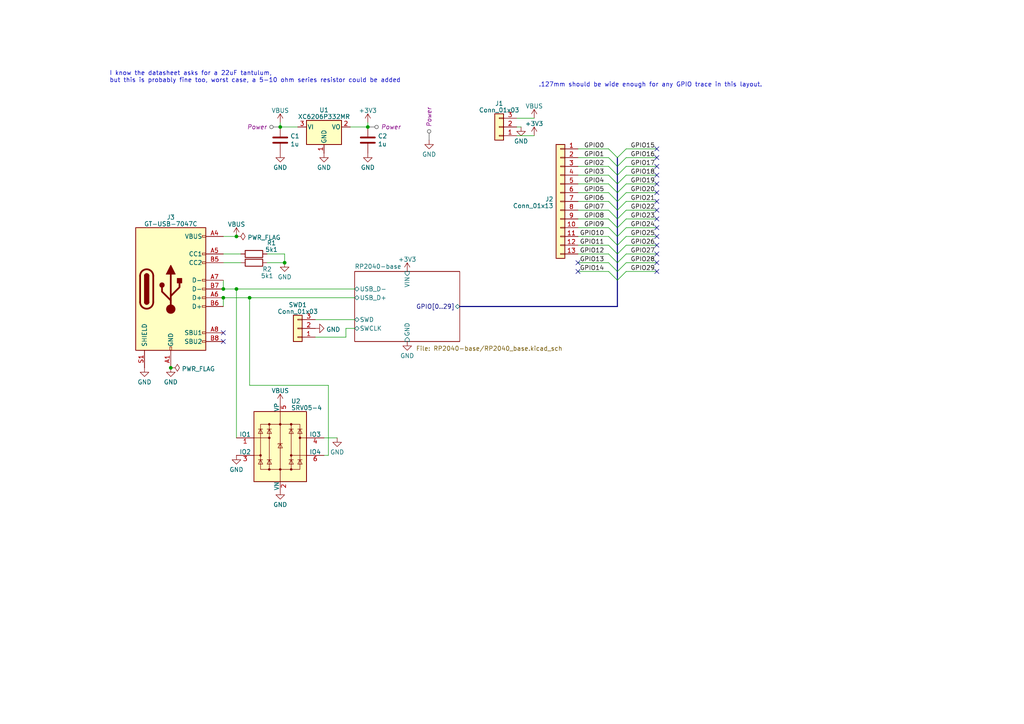
<source format=kicad_sch>
(kicad_sch (version 20230121) (generator eeschema)
  (paper "A4")
  (title_block (title "RP2040-base example") (date "2023-08-21") (rev "1.0") (company "https://github.com/TT-392/RP2040-base-example"))
  (lib_symbols
    (symbol "Connector:USB_C_Receptacle_USB2.0" (pin_names (offset 1.016))
      (property "Reference" "J" (at -10.16 19.05 0))
      (property "Value" "USB_C_Receptacle_USB2.0" (at 19.05 19.05 0))
      (symbol "USB_C_Receptacle_USB2.0_0_0"
        (rectangle (start -0.254 -17.78) (end 0.254 -16.764))
        (rectangle (start 10.16 -14.986) (end 9.144 -15.494))
        (rectangle (start 10.16 -12.446) (end 9.144 -12.954))
        (rectangle (start 10.16 -4.826) (end 9.144 -5.334))
        (rectangle (start 10.16 -2.286) (end 9.144 -2.794))
        (rectangle (start 10.16 0.254) (end 9.144 -0.254))
        (rectangle (start 10.16 2.794) (end 9.144 2.286))
        (rectangle (start 10.16 7.874) (end 9.144 7.366))
        (rectangle (start 10.16 10.414) (end 9.144 9.906))
        (rectangle (start 10.16 15.494) (end 9.144 14.986))
      )
      (symbol "USB_C_Receptacle_USB2.0_0_1"
        (rectangle (start -10.16 17.78) (end 10.16 -17.78) (stroke (width 0.254)) (fill (type background)))
        (arc (start -8.89 -3.81) (mid -6.985 -5.7067) (end -5.08 -3.81) (stroke (width 0.508)))
        (arc (start -7.62 -3.81) (mid -6.985 -4.4423) (end -6.35 -3.81) (stroke (width 0.254)))
        (arc (start -7.62 -3.81) (mid -6.985 -4.4423) (end -6.35 -3.81) (stroke (width 0.254)) (fill (type outline)))
        (rectangle (start -7.62 -3.81) (end -6.35 3.81) (stroke (width 0.254)) (fill (type outline)))
        (arc (start -6.35 3.81) (mid -6.985 4.4423) (end -7.62 3.81) (stroke (width 0.254)))
        (arc (start -6.35 3.81) (mid -6.985 4.4423) (end -7.62 3.81) (stroke (width 0.254)) (fill (type outline)))
        (arc (start -5.08 3.81) (mid -6.985 5.7067) (end -8.89 3.81) (stroke (width 0.508)))
        (circle (center -2.54 1.143) (radius 0.635) (stroke (width 0.254)) (fill (type outline)))
        (circle (center 0 -5.842) (radius 1.27) (fill (type outline)))
        (polyline (pts (xy -8.89 -3.81) (xy -8.89 3.81)) (stroke (width 0.508)))
        (polyline (pts (xy -5.08 3.81) (xy -5.08 -3.81)) (stroke (width 0.508)))
        (polyline (pts (xy 0 -5.842) (xy 0 4.318)) (stroke (width 0.508)))
        (polyline (pts (xy 0 -3.302) (xy -2.54 -0.762) (xy -2.54 0.508)) (stroke (width 0.508)))
        (polyline (pts (xy 0 -2.032) (xy 2.54 0.508) (xy 2.54 1.778)) (stroke (width 0.508)))
        (polyline (pts (xy -1.27 4.318) (xy 0 6.858) (xy 1.27 4.318) (xy -1.27 4.318)) (stroke (width 0.254)) (fill (type outline)))
        (rectangle (start 1.905 1.778) (end 3.175 3.048) (stroke (width 0.254)) (fill (type outline)))
      )
      (symbol "USB_C_Receptacle_USB2.0_1_1"
        (pin passive line (at 0 -22.86 90) (length 5.08) (name "GND") (number "A1"))
        (pin passive line (at 0 -22.86 90) (length 5.08) hide (name "GND") (number "A12"))
        (pin passive line (at 15.24 15.24 180) (length 5.08) (name "VBUS") (number "A4"))
        (pin bidirectional line (at 15.24 10.16 180) (length 5.08) (name "CC1") (number "A5"))
        (pin bidirectional line (at 15.24 -2.54 180) (length 5.08) (name "D+") (number "A6"))
        (pin bidirectional line (at 15.24 2.54 180) (length 5.08) (name "D-") (number "A7"))
        (pin bidirectional line (at 15.24 -12.7 180) (length 5.08) (name "SBU1") (number "A8"))
        (pin passive line (at 15.24 15.24 180) (length 5.08) hide (name "VBUS") (number "A9"))
        (pin passive line (at 0 -22.86 90) (length 5.08) hide (name "GND") (number "B1"))
        (pin passive line (at 0 -22.86 90) (length 5.08) hide (name "GND") (number "B12"))
        (pin passive line (at 15.24 15.24 180) (length 5.08) hide (name "VBUS") (number "B4"))
        (pin bidirectional line (at 15.24 7.62 180) (length 5.08) (name "CC2") (number "B5"))
        (pin bidirectional line (at 15.24 -5.08 180) (length 5.08) (name "D+") (number "B6"))
        (pin bidirectional line (at 15.24 0 180) (length 5.08) (name "D-") (number "B7"))
        (pin bidirectional line (at 15.24 -15.24 180) (length 5.08) (name "SBU2") (number "B8"))
        (pin passive line (at 15.24 15.24 180) (length 5.08) hide (name "VBUS") (number "B9"))
        (pin passive line (at -7.62 -22.86 90) (length 5.08) (name "SHIELD") (number "S1"))
      )
    )
    (symbol "Connector_Generic:Conn_01x03" (pin_names (offset 1.016) hide)
      (property "Reference" "J" (at 0 5.08 0))
      (property "Value" "Conn_01x03" (at 0 -5.08 0))
      (symbol "Conn_01x03_1_1"
        (rectangle (start -1.27 -2.413) (end 0 -2.667) (stroke (width 0.1524)))
        (rectangle (start -1.27 0.127) (end 0 -0.127) (stroke (width 0.1524)))
        (rectangle (start -1.27 2.667) (end 0 2.413) (stroke (width 0.1524)))
        (rectangle (start -1.27 3.81) (end 1.27 -3.81) (stroke (width 0.254)) (fill (type background)))
        (pin passive line (at -5.08 2.54 0) (length 3.81) (name "Pin_1") (number "1"))
        (pin passive line (at -5.08 0 0) (length 3.81) (name "Pin_2") (number "2"))
        (pin passive line (at -5.08 -2.54 0) (length 3.81) (name "Pin_3") (number "3"))
      )
    )
    (symbol "Connector_Generic:Conn_01x13" (pin_names (offset 1.016) hide)
      (property "Reference" "J" (at 0 17.78 0))
      (property "Value" "Conn_01x13" (at 0 -17.78 0))
      (symbol "Conn_01x13_1_1"
        (rectangle (start -1.27 -15.113) (end 0 -15.367) (stroke (width 0.1524)))
        (rectangle (start -1.27 -12.573) (end 0 -12.827) (stroke (width 0.1524)))
        (rectangle (start -1.27 -10.033) (end 0 -10.287) (stroke (width 0.1524)))
        (rectangle (start -1.27 -7.493) (end 0 -7.747) (stroke (width 0.1524)))
        (rectangle (start -1.27 -4.953) (end 0 -5.207) (stroke (width 0.1524)))
        (rectangle (start -1.27 -2.413) (end 0 -2.667) (stroke (width 0.1524)))
        (rectangle (start -1.27 0.127) (end 0 -0.127) (stroke (width 0.1524)))
        (rectangle (start -1.27 2.667) (end 0 2.413) (stroke (width 0.1524)))
        (rectangle (start -1.27 5.207) (end 0 4.953) (stroke (width 0.1524)))
        (rectangle (start -1.27 7.747) (end 0 7.493) (stroke (width 0.1524)))
        (rectangle (start -1.27 10.287) (end 0 10.033) (stroke (width 0.1524)))
        (rectangle (start -1.27 12.827) (end 0 12.573) (stroke (width 0.1524)))
        (rectangle (start -1.27 15.367) (end 0 15.113) (stroke (width 0.1524)))
        (rectangle (start -1.27 16.51) (end 1.27 -16.51) (stroke (width 0.254)) (fill (type background)))
        (pin passive line (at -5.08 15.24 0) (length 3.81) (name "Pin_1") (number "1"))
        (pin passive line (at -5.08 -7.62 0) (length 3.81) (name "Pin_10") (number "10"))
        (pin passive line (at -5.08 -10.16 0) (length 3.81) (name "Pin_11") (number "11"))
        (pin passive line (at -5.08 -12.7 0) (length 3.81) (name "Pin_12") (number "12"))
        (pin passive line (at -5.08 -15.24 0) (length 3.81) (name "Pin_13") (number "13"))
        (pin passive line (at -5.08 12.7 0) (length 3.81) (name "Pin_2") (number "2"))
        (pin passive line (at -5.08 10.16 0) (length 3.81) (name "Pin_3") (number "3"))
        (pin passive line (at -5.08 7.62 0) (length 3.81) (name "Pin_4") (number "4"))
        (pin passive line (at -5.08 5.08 0) (length 3.81) (name "Pin_5") (number "5"))
        (pin passive line (at -5.08 2.54 0) (length 3.81) (name "Pin_6") (number "6"))
        (pin passive line (at -5.08 0 0) (length 3.81) (name "Pin_7") (number "7"))
        (pin passive line (at -5.08 -2.54 0) (length 3.81) (name "Pin_8") (number "8"))
        (pin passive line (at -5.08 -5.08 0) (length 3.81) (name "Pin_9") (number "9"))
      )
    )
    (symbol "Device:C" (pin_numbers hide) (pin_names (offset 0.254))
      (property "Reference" "C" (at 0.635 2.54 0))
      (property "Value" "C" (at 0.635 -2.54 0))
      (symbol "C_0_1"
        (polyline (pts (xy -2.032 -0.762) (xy 2.032 -0.762)) (stroke (width 0.508)))
        (polyline (pts (xy -2.032 0.762) (xy 2.032 0.762)) (stroke (width 0.508)))
      )
      (symbol "C_1_1"
        (pin passive line (at 0 3.81 270) (length 2.794) (name "~") (number "1"))
        (pin passive line (at 0 -3.81 90) (length 2.794) (name "~") (number "2"))
      )
    )
    (symbol "Device:R" (pin_numbers hide) (pin_names (offset 0))
      (property "Reference" "R" (at 2.032 0 90))
      (property "Value" "R" (at 0 0 90))
      (symbol "R_0_1"
        (rectangle (start -1.016 -2.54) (end 1.016 2.54) (stroke (width 0.254)))
      )
      (symbol "R_1_1"
        (pin passive line (at 0 3.81 270) (length 1.27) (name "~") (number "1"))
        (pin passive line (at 0 -3.81 90) (length 1.27) (name "~") (number "2"))
      )
    )
    (symbol "Power_Protection:SRV05-4" (pin_names (offset 0))
      (property "Reference" "U" (at -5.08 11.43 0))
      (property "Value" "SRV05-4" (at 2.54 11.43 0))
      (symbol "SRV05-4_0_0"
        (rectangle (start -5.715 6.477) (end 5.715 -6.604))
        (polyline (pts (xy -3.175 -6.604) (xy -3.175 6.477)))
        (polyline (pts (xy 3.175 6.477) (xy 3.175 -6.604)))
      )
      (symbol "SRV05-4_0_1"
        (rectangle (start -7.62 10.16) (end 7.62 -10.16) (stroke (width 0.254)) (fill (type background)))
        (circle (center -5.715 -2.54) (radius 0.2794) (fill (type outline)))
        (circle (center -3.175 -6.604) (radius 0.2794) (fill (type outline)))
        (circle (center -3.175 2.54) (radius 0.2794) (fill (type outline)))
        (circle (center -3.175 6.477) (radius 0.2794) (fill (type outline)))
        (circle (center 0 -6.604) (radius 0.2794) (fill (type outline)))
        (polyline (pts (xy -7.747 2.54) (xy -3.175 2.54)))
        (polyline (pts (xy -7.62 -2.54) (xy -5.715 -2.54)))
        (polyline (pts (xy -5.08 -3.81) (xy -6.35 -3.81)))
        (polyline (pts (xy -5.08 5.08) (xy -6.35 5.08)))
        (polyline (pts (xy -2.54 -3.81) (xy -3.81 -3.81)))
        (polyline (pts (xy -2.54 5.08) (xy -3.81 5.08)))
        (polyline (pts (xy 0 10.16) (xy 0 -10.16)))
        (polyline (pts (xy 3.81 -3.81) (xy 2.54 -3.81)))
        (polyline (pts (xy 3.81 5.08) (xy 2.54 5.08)))
        (polyline (pts (xy 6.35 -3.81) (xy 5.08 -3.81)))
        (polyline (pts (xy 6.35 5.08) (xy 5.08 5.08)))
        (polyline (pts (xy 7.62 -2.54) (xy 3.175 -2.54)))
        (polyline (pts (xy 7.62 2.54) (xy 5.715 2.54)))
        (polyline (pts (xy 0.635 0.889) (xy -0.635 0.889) (xy -0.635 0.635)))
        (polyline (pts (xy -5.08 -5.08) (xy -6.35 -5.08) (xy -5.715 -3.81) (xy -5.08 -5.08)))
        (polyline (pts (xy -5.08 3.81) (xy -6.35 3.81) (xy -5.715 5.08) (xy -5.08 3.81)))
        (polyline (pts (xy -2.54 -5.08) (xy -3.81 -5.08) (xy -3.175 -3.81) (xy -2.54 -5.08)))
        (polyline (pts (xy -2.54 3.81) (xy -3.81 3.81) (xy -3.175 5.08) (xy -2.54 3.81)))
        (polyline (pts (xy 0.635 -0.381) (xy -0.635 -0.381) (xy 0 0.889) (xy 0.635 -0.381)))
        (polyline (pts (xy 3.81 -5.08) (xy 2.54 -5.08) (xy 3.175 -3.81) (xy 3.81 -5.08)))
        (polyline (pts (xy 3.81 3.81) (xy 2.54 3.81) (xy 3.175 5.08) (xy 3.81 3.81)))
        (polyline (pts (xy 6.35 -5.08) (xy 5.08 -5.08) (xy 5.715 -3.81) (xy 6.35 -5.08)))
        (polyline (pts (xy 6.35 3.81) (xy 5.08 3.81) (xy 5.715 5.08) (xy 6.35 3.81)))
        (circle (center 0 6.477) (radius 0.2794) (fill (type outline)))
        (circle (center 3.175 -6.604) (radius 0.2794) (fill (type outline)))
        (circle (center 3.175 -2.54) (radius 0.2794) (fill (type outline)))
        (circle (center 3.175 6.477) (radius 0.2794) (fill (type outline)))
        (circle (center 5.715 2.54) (radius 0.2794) (fill (type outline)))
      )
      (symbol "SRV05-4_1_1"
        (pin passive line (at -12.7 2.54 0) (length 5.08) (name "IO1") (number "1"))
        (pin passive line (at 0 -12.7 90) (length 2.54) (name "VN") (number "2"))
        (pin passive line (at -12.7 -2.54 0) (length 5.08) (name "IO2") (number "3"))
        (pin passive line (at 12.7 2.54 180) (length 5.08) (name "IO3") (number "4"))
        (pin passive line (at 0 12.7 270) (length 2.54) (name "VP") (number "5"))
        (pin passive line (at 12.7 -2.54 180) (length 5.08) (name "IO4") (number "6"))
      )
    )
    (symbol "Regulator_Linear:XC6206PxxxMR" (pin_names (offset 0.254))
      (property "Reference" "U" (at -3.81 3.175 0))
      (property "Value" "XC6206PxxxMR" (at 0 3.175 0))
      (symbol "XC6206PxxxMR_0_1"
        (rectangle (start -5.08 1.905) (end 5.08 -5.08) (stroke (width 0.254)) (fill (type background)))
      )
      (symbol "XC6206PxxxMR_1_1"
        (pin power_in line (at 0 -7.62 90) (length 2.54) (name "GND") (number "1"))
        (pin power_out line (at 7.62 0 180) (length 2.54) (name "VO") (number "2"))
        (pin power_in line (at -7.62 0 0) (length 2.54) (name "VI") (number "3"))
      )
    )
    (symbol "power:+3V3" (power) (pin_names (offset 0))
      (property "Value" "+3V3" (at 0 3.556 0))
      (symbol "+3V3_0_1"
        (polyline (pts (xy -0.762 1.27) (xy 0 2.54)))
        (polyline (pts (xy 0 0) (xy 0 2.54)))
        (polyline (pts (xy 0 2.54) (xy 0.762 1.27)))
      )
      (symbol "+3V3_1_1"
        (pin power_in line (at 0 0 90) (length 0) hide (name "+3V3") (number "1"))
      )
    )
    (symbol "power:GND" (power) (pin_names (offset 0))
      (property "Value" "GND" (at 0 -3.81 0))
      (symbol "GND_0_1"
        (polyline (pts (xy 0 0) (xy 0 -1.27) (xy 1.27 -1.27) (xy 0 -2.54) (xy -1.27 -1.27) (xy 0 -1.27)))
      )
      (symbol "GND_1_1"
        (pin power_in line (at 0 0 270) (length 0) hide (name "GND") (number "1"))
      )
    )
    (symbol "power:PWR_FLAG" (power) (pin_numbers hide) (pin_names (offset 0) hide)
      (property "Value" "PWR_FLAG" (at 0 3.81 0))
      (symbol "PWR_FLAG_0_0"
        (pin power_out line (at 0 0 90) (length 0) (name "pwr") (number "1"))
      )
      (symbol "PWR_FLAG_0_1"
        (polyline (pts (xy 0 0) (xy 0 1.27) (xy -1.016 1.905) (xy 0 2.54) (xy 1.016 1.905) (xy 0 1.27)))
      )
    )
    (symbol "power:VBUS" (power) (pin_names (offset 0))
      (property "Value" "VBUS" (at 0 3.81 0))
      (symbol "VBUS_0_1"
        (polyline (pts (xy -0.762 1.27) (xy 0 2.54)))
        (polyline (pts (xy 0 0) (xy 0 2.54)))
        (polyline (pts (xy 0 2.54) (xy 0.762 1.27)))
      )
      (symbol "VBUS_1_1"
        (pin power_in line (at 0 0 90) (length 0) hide (name "VBUS") (number "1"))
      )
    )
  )
  (junction (at 49.53 106.68))
  (junction (at 106.68 36.83))
  (junction (at 81.28 36.83))
  (junction (at 64.77 86.36))
  (junction (at 82.55 76.2))
  (junction (at 72.39 86.36))
  (junction (at 68.58 83.82))
  (junction (at 68.58 68.58))
  (junction (at 64.77 83.82))
  (no_connect (at 190.5 76.2))
  (no_connect (at 167.64 78.74))
  (no_connect (at 190.5 55.88))
  (no_connect (at 190.5 48.26))
  (no_connect (at 64.77 99.06))
  (no_connect (at 190.5 43.18))
  (no_connect (at 190.5 73.66))
  (no_connect (at 190.5 50.8))
  (no_connect (at 190.5 68.58))
  (no_connect (at 190.5 53.34))
  (no_connect (at 190.5 63.5))
  (no_connect (at 64.77 96.52))
  (no_connect (at 190.5 71.12))
  (no_connect (at 167.64 76.2))
  (no_connect (at 190.5 78.74))
  (no_connect (at 190.5 60.96))
  (no_connect (at 190.5 66.04))
  (no_connect (at 190.5 45.72))
  (no_connect (at 190.5 58.42))
  (bus_entry (at 181.61 66.04) (size -2.54 2.54))
  (bus_entry (at 176.53 60.96) (size 2.54 2.54))
  (bus_entry (at 181.61 78.74) (size -2.54 2.54))
  (bus_entry (at 176.53 53.34) (size 2.54 2.54))
  (bus_entry (at 181.61 43.18) (size -2.54 2.54))
  (bus_entry (at 176.53 63.5) (size 2.54 2.54))
  (bus_entry (at 181.61 60.96) (size -2.54 2.54))
  (bus_entry (at 181.61 58.42) (size -2.54 2.54))
  (bus_entry (at 176.53 73.66) (size 2.54 2.54))
  (bus_entry (at 181.61 71.12) (size -2.54 2.54))
  (bus_entry (at 176.53 76.2) (size 2.54 2.54))
  (bus_entry (at 181.61 48.26) (size -2.54 2.54))
  (bus_entry (at 176.53 66.04) (size 2.54 2.54))
  (bus_entry (at 176.53 71.12) (size 2.54 2.54))
  (bus_entry (at 176.53 68.58) (size 2.54 2.54))
  (bus_entry (at 176.53 78.74) (size 2.54 2.54))
  (bus_entry (at 176.53 55.88) (size 2.54 2.54))
  (bus_entry (at 181.61 45.72) (size -2.54 2.54))
  (bus_entry (at 181.61 53.34) (size -2.54 2.54))
  (bus_entry (at 181.61 76.2) (size -2.54 2.54))
  (bus_entry (at 181.61 50.8) (size -2.54 2.54))
  (bus_entry (at 176.53 58.42) (size 2.54 2.54))
  (bus_entry (at 176.53 50.8) (size 2.54 2.54))
  (bus_entry (at 181.61 55.88) (size -2.54 2.54))
  (bus_entry (at 181.61 73.66) (size -2.54 2.54))
  (bus_entry (at 181.61 63.5) (size -2.54 2.54))
  (bus_entry (at 176.53 43.18) (size 2.54 2.54))
  (bus_entry (at 176.53 45.72) (size 2.54 2.54))
  (bus_entry (at 176.53 48.26) (size 2.54 2.54))
  (bus_entry (at 181.61 68.58) (size -2.54 2.54))
  (wire (pts (xy 64.77 86.36) (xy 64.77 88.9)))
  (wire (pts (xy 106.68 35.56) (xy 106.68 36.83)))
  (bus (pts (xy 179.07 55.88) (xy 179.07 58.42)))
  (wire (pts (xy 181.61 63.5) (xy 190.5 63.5)))
  (wire (pts (xy 167.64 71.12) (xy 176.53 71.12)))
  (wire (pts (xy 181.61 68.58) (xy 190.5 68.58)))
  (wire (pts (xy 102.87 92.71) (xy 91.44 92.71)))
  (bus (pts (xy 179.07 66.04) (xy 179.07 68.58)))
  (wire (pts (xy 106.68 36.83) (xy 101.6 36.83)))
  (wire (pts (xy 181.61 71.12) (xy 190.5 71.12)))
  (wire (pts (xy 181.61 45.72) (xy 190.5 45.72)))
  (bus (pts (xy 179.07 81.28) (xy 179.07 88.9)))
  (bus (pts (xy 179.07 76.2) (xy 179.07 78.74)))
  (wire (pts (xy 181.61 48.26) (xy 190.5 48.26)))
  (wire (pts (xy 167.64 43.18) (xy 176.53 43.18)))
  (wire (pts (xy 181.61 66.04) (xy 190.5 66.04)))
  (wire (pts (xy 181.61 55.88) (xy 190.5 55.88)))
  (wire (pts (xy 181.61 73.66) (xy 190.5 73.66)))
  (wire (pts (xy 68.58 83.82) (xy 102.87 83.82)))
  (wire (pts (xy 64.77 73.66) (xy 69.85 73.66)))
  (wire (pts (xy 68.58 83.82) (xy 68.58 127)))
  (wire (pts (xy 64.77 76.2) (xy 69.85 76.2)))
  (wire (pts (xy 181.61 50.8) (xy 190.5 50.8)))
  (wire (pts (xy 100.33 97.79) (xy 91.44 97.79)))
  (wire (pts (xy 77.47 76.2) (xy 82.55 76.2)))
  (bus (pts (xy 133.35 88.9) (xy 179.07 88.9)))
  (wire (pts (xy 167.64 60.96) (xy 176.53 60.96)))
  (bus (pts (xy 179.07 78.74) (xy 179.07 81.28)))
  (wire (pts (xy 181.61 58.42) (xy 190.5 58.42)))
  (wire (pts (xy 167.64 53.34) (xy 176.53 53.34)))
  (wire (pts (xy 64.77 86.36) (xy 72.39 86.36)))
  (wire (pts (xy 167.64 58.42) (xy 176.53 58.42)))
  (bus (pts (xy 179.07 73.66) (xy 179.07 76.2)))
  (bus (pts (xy 179.07 60.96) (xy 179.07 63.5)))
  (wire (pts (xy 72.39 86.36) (xy 102.87 86.36)))
  (bus (pts (xy 179.07 48.26) (xy 179.07 50.8)))
  (wire (pts (xy 181.61 60.96) (xy 190.5 60.96)))
  (bus (pts (xy 179.07 58.42) (xy 179.07 60.96)))
  (wire (pts (xy 149.86 36.83) (xy 151.13 36.83)))
  (wire (pts (xy 167.64 78.74) (xy 176.53 78.74)))
  (wire (pts (xy 167.64 50.8) (xy 176.53 50.8)))
  (wire (pts (xy 181.61 76.2) (xy 190.5 76.2)))
  (wire (pts (xy 149.86 34.29) (xy 154.94 34.29)))
  (wire (pts (xy 102.87 95.25) (xy 100.33 95.25)))
  (bus (pts (xy 179.07 50.8) (xy 179.07 53.34)))
  (wire (pts (xy 68.58 68.58) (xy 64.77 68.58)))
  (wire (pts (xy 149.86 39.37) (xy 154.94 39.37)))
  (wire (pts (xy 167.64 55.88) (xy 176.53 55.88)))
  (wire (pts (xy 167.64 73.66) (xy 176.53 73.66)))
  (bus (pts (xy 179.07 45.72) (xy 179.07 48.26)))
  (wire (pts (xy 167.64 63.5) (xy 176.53 63.5)))
  (wire (pts (xy 95.25 132.08) (xy 95.25 111.76)))
  (wire (pts (xy 64.77 81.28) (xy 64.77 83.82)))
  (wire (pts (xy 86.36 36.83) (xy 81.28 36.83)))
  (bus (pts (xy 179.07 53.34) (xy 179.07 55.88)))
  (wire (pts (xy 181.61 43.18) (xy 190.5 43.18)))
  (wire (pts (xy 82.55 73.66) (xy 82.55 76.2)))
  (wire (pts (xy 72.39 86.36) (xy 72.39 111.76)))
  (bus (pts (xy 179.07 63.5) (xy 179.07 66.04)))
  (wire (pts (xy 100.33 95.25) (xy 100.33 97.79)))
  (wire (pts (xy 167.64 68.58) (xy 176.53 68.58)))
  (wire (pts (xy 167.64 48.26) (xy 176.53 48.26)))
  (wire (pts (xy 181.61 53.34) (xy 190.5 53.34)))
  (wire (pts (xy 93.98 132.08) (xy 95.25 132.08)))
  (wire (pts (xy 81.28 36.83) (xy 81.28 35.56)))
  (wire (pts (xy 82.55 73.66) (xy 77.47 73.66)))
  (wire (pts (xy 97.79 127) (xy 93.98 127)))
  (bus (pts (xy 179.07 71.12) (xy 179.07 73.66)))
  (wire (pts (xy 167.64 66.04) (xy 176.53 66.04)))
  (wire (pts (xy 95.25 111.76) (xy 72.39 111.76)))
  (wire (pts (xy 64.77 83.82) (xy 68.58 83.82)))
  (wire (pts (xy 181.61 78.74) (xy 190.5 78.74)))
  (wire (pts (xy 167.64 45.72) (xy 176.53 45.72)))
  (bus (pts (xy 179.07 68.58) (xy 179.07 71.12)))
  (wire (pts (xy 167.64 76.2) (xy 176.53 76.2)))
  (text "I know the datasheet asks for a 22uF tantulum,\nbut this is probably fine too, worst case, a 5-10 ohm series resistor could be added" (at 31.75 24.13 0) (effects (font (size 1.27 1.27)) (justify left bottom)))
  (text ".127mm should be wide enough for any GPIO trace in this layout." (at 156.21 25.4 0) (effects (font (size 1.27 1.27)) (justify left bottom)))
  (label "GPIO2" (at 175.26 48.26 180))
  (label "GPIO5" (at 175.26 55.88 180))
  (label "GPIO0" (at 175.26 43.18 180))
  (label "GPIO28" (at 182.88 76.2 0))
  (label "GPIO20" (at 182.88 55.88 0))
  (label "GPIO22" (at 182.88 60.96 0))
  (label "GPIO14" (at 175.26 78.74 180))
  (label "GPIO1" (at 175.26 45.72 180))
  (label "GPIO3" (at 175.26 50.8 180))
  (label "GPIO6" (at 175.26 58.42 180))
  (label "GPIO27" (at 182.88 73.66 0))
  (label "GPIO25" (at 182.88 68.58 0))
  (label "GPIO4" (at 175.26 53.34 180))
  (label "GPIO11" (at 175.26 71.12 180))
  (label "GPIO15" (at 182.88 43.18 0))
  (label "GPIO10" (at 175.26 68.58 180))
  (label "GPIO29" (at 182.88 78.74 0))
  (label "GPIO21" (at 182.88 58.42 0))
  (label "GPIO16" (at 182.88 45.72 0))
  (label "GPIO9" (at 175.26 66.04 180))
  (label "GPIO18" (at 182.88 50.8 0))
  (label "GPIO23" (at 182.88 63.5 0))
  (label "GPIO13" (at 175.26 76.2 180))
  (label "GPIO12" (at 175.26 73.66 180))
  (label "GPIO17" (at 182.88 48.26 0))
  (label "GPIO8" (at 175.26 63.5 180))
  (label "GPIO19" (at 182.88 53.34 0))
  (label "GPIO24" (at 182.88 66.04 0))
  (label "GPIO26" (at 182.88 71.12 0))
  (label "GPIO7" (at 175.26 60.96 180))
  (netclass_flag "" (length 2.54) (shape round) (at 81.28 36.83 90) (property "Netclass" "Power" (at 77.47 36.83 0) (effects (font italic) (justify right))))
  (netclass_flag "" (length 2.54) (shape round) (at 106.68 36.83 270) (property "Netclass" "Power" (at 110.49 36.83 0) (effects (font italic) (justify left))))
  (netclass_flag "" (length 2.54) (shape round) (at 124.46 40.64 0) (property "Netclass" "Power" (at 124.46 36.83 90) (effects (font italic) (justify left))))
  (symbol (lib_id "power:GND") (at 68.58 132.08 0) (unit 1)
    (property "Reference" "#PWR019" (effects hide))
    (property "Value" "GND" (at 68.58 136.2155 0))
  )
  (symbol (lib_id "Device:C") (at 81.28 40.64 0) (unit 1)
    (property "Reference" "C1" (at 84.201 39.4716 0) (effects (justify left)))
    (property "Value" "1u" (at 84.201 41.783 0) (effects (justify left)))
    (property "Footprint" "Capacitor_SMD:C_0603_1608Metric" (effects hide))
  )
  (symbol (lib_id "power:GND") (at 93.98 44.45 0) (unit 1)
    (property "Reference" "#PWR08" (effects hide))
    (property "Value" "GND" (at 93.98 48.5855 0))
  )
  (symbol (lib_id "power:GND") (at 82.55 76.2 0) (unit 1)
    (property "Reference" "#PWR011" (effects hide))
    (property "Value" "GND" (at 82.55 80.3355 0))
  )
  (symbol (lib_id "power:VBUS") (at 154.94 34.29 0) (unit 1)
    (property "Reference" "#PWR01" (effects hide))
    (property "Value" "VBUS" (at 154.94 30.7881 0))
  )
  (symbol (lib_id "power:+3V3") (at 106.68 35.56 0) (unit 1)
    (property "Reference" "#PWR03" (effects hide))
    (property "Value" "+3V3" (at 106.68 32.0581 0))
  )
  (symbol (lib_id "power:VBUS") (at 81.28 35.56 0) (unit 1)
    (property "Reference" "#PWR02" (effects hide))
    (property "Value" "VBUS" (at 81.28 32.0581 0))
  )
  (symbol (lib_id "power:VBUS") (at 68.58 68.58 0) (unit 1)
    (property "Reference" "#PWR010" (effects hide))
    (property "Value" "VBUS" (at 68.58 65.0781 0))
  )
  (symbol (lib_id "Device:R") (at 73.66 73.66 90) (unit 1)
    (property "Reference" "R1" (at 78.74 70.469 90))
    (property "Value" "5k1" (at 78.74 72.39 90))
    (property "Footprint" "Resistor_SMD:R_0402_1005Metric" (effects hide))
    (property "LCSC" "C25905" (effects hide))
  )
  (symbol (lib_id "Power_Protection:SRV05-4") (at 81.28 129.54 0) (unit 1)
    (property "Reference" "U2" (at 84.4297 116.3701 0) (effects (justify left)))
    (property "Value" "SRV05-4" (at 84.4297 118.2911 0) (effects (justify left)))
    (property "Footprint" "footprints:SOT-23-6_flipped_for_jlcpcb" (effects hide))
    (property "Datasheet" "http://www.onsemi.com/pub/Collateral/SRV05-4-D.PDF" (effects hide))
    (property "LCSC" "C85364" (effects hide))
  )
  (symbol (lib_id "Connector:USB_C_Receptacle_USB2.0") (at 49.53 83.82 0) (unit 1)
    (property "Reference" "J3" (at 49.53 63.0301 0))
    (property "Value" "GT-USB-7047C" (at 49.53 64.9511 0))
    (property "Footprint" "footprints:GT-USB-7047C" (effects hide))
    (property "Datasheet" "https://www.usb.org/sites/default/files/documents/usb_type-c.zip" (effects hide))
    (property "LCSC" "C963218" (effects hide))
  )
  (symbol (lib_id "power:GND") (at 124.46 40.64 0) (unit 1)
    (property "Reference" "#PWR06" (effects hide))
    (property "Value" "GND" (at 124.46 44.7755 0))
  )
  (symbol (lib_id "power:GND") (at 151.13 36.83 0) (unit 1)
    (property "Reference" "#PWR04" (effects hide))
    (property "Value" "GND" (at 151.13 40.9655 0))
  )
  (symbol (lib_id "power:VBUS") (at 81.28 116.84 0) (unit 1)
    (property "Reference" "#PWR017" (effects hide))
    (property "Value" "VBUS" (at 81.28 113.3381 0))
  )
  (symbol (lib_id "Regulator_Linear:XC6206PxxxMR") (at 93.98 36.83 0) (unit 1)
    (property "Reference" "U1" (at 93.98 31.9151 0))
    (property "Value" "XC6206P332MR" (at 93.98 33.8361 0))
    (property "Footprint" "footprints:SOT-23-3_flipped_for_jlcpcb" (effects hide))
    (property "Datasheet" "https://www.torexsemi.com/file/xc6206/XC6206.pdf" (effects hide))
    (property "LCSC" "C5446" (effects hide))
  )
  (symbol (lib_id "Connector_Generic:Conn_01x03") (at 86.36 95.25 180) (unit 1)
    (property "Reference" "SWD1" (at 86.36 88.4301 0))
    (property "Value" "Conn_01x03" (at 86.36 90.3511 0))
    (property "Footprint" "Connector_PinHeader_2.54mm:PinHeader_1x03_P2.54mm_Vertical" (effects hide))
  )
  (symbol (lib_id "power:GND") (at 41.91 106.68 0) (unit 1)
    (property "Reference" "#PWR015" (effects hide))
    (property "Value" "GND" (at 41.91 110.8155 0))
  )
  (symbol (lib_id "Device:C") (at 106.68 40.64 0) (unit 1)
    (property "Reference" "C2" (at 109.601 39.4716 0) (effects (justify left)))
    (property "Value" "1u" (at 109.601 41.783 0) (effects (justify left)))
    (property "Footprint" "Capacitor_SMD:C_0603_1608Metric" (effects hide))
  )
  (symbol (lib_id "power:GND") (at 49.53 106.68 0) (unit 1)
    (property "Reference" "#PWR016" (effects hide))
    (property "Value" "GND" (at 49.53 110.8155 0))
  )
  (symbol (lib_id "power:GND") (at 97.79 127 0) (unit 1)
    (property "Reference" "#PWR018" (effects hide))
    (property "Value" "GND" (at 97.79 131.1355 0))
  )
  (symbol (lib_id "Device:R") (at 73.66 76.2 90) (unit 1)
    (property "Reference" "R2" (at 77.47 78.089 90))
    (property "Value" "5k1" (at 77.47 80.01 90))
    (property "Footprint" "Resistor_SMD:R_0402_1005Metric" (effects hide))
    (property "LCSC" "C25905" (effects hide))
  )
  (symbol (lib_id "power:+3V3") (at 118.11 78.74 0) (unit 1)
    (property "Reference" "#PWR012" (effects hide))
    (property "Value" "+3V3" (at 118.11 75.2381 0))
  )
  (symbol (lib_id "Connector_Generic:Conn_01x13") (at 162.56 58.42 0) (mirror y) (unit 1)
    (property "Reference" "J2" (at 160.528 57.7763 0) (effects (justify left)))
    (property "Value" "Conn_01x13" (at 160.528 59.6973 0) (effects (justify left)))
    (property "Footprint" "Connector_PinHeader_2.54mm:PinHeader_1x13_P2.54mm_Vertical" (effects hide))
  )
  (symbol (lib_id "power:PWR_FLAG") (at 49.53 106.68 270) (unit 1)
    (property "Reference" "#FLG02" (effects hide))
    (property "Value" "PWR_FLAG" (at 52.705 106.9968 90) (effects (justify left)))
  )
  (symbol (lib_id "power:GND") (at 106.68 44.45 0) (unit 1)
    (property "Reference" "#PWR09" (effects hide))
    (property "Value" "GND" (at 106.68 48.5855 0))
  )
  (symbol (lib_id "power:PWR_FLAG") (at 68.58 68.58 270) (unit 1)
    (property "Reference" "#FLG01" (effects hide))
    (property "Value" "PWR_FLAG" (at 71.755 68.8968 90) (effects (justify left)))
  )
  (symbol (lib_id "power:+3V3") (at 154.94 39.37 0) (unit 1)
    (property "Reference" "#PWR05" (effects hide))
    (property "Value" "+3V3" (at 154.94 35.8681 0))
  )
  (symbol (lib_id "power:GND") (at 118.11 99.06 0) (unit 1)
    (property "Reference" "#PWR014" (effects hide))
    (property "Value" "GND" (at 118.11 103.1955 0))
  )
  (symbol (lib_id "power:GND") (at 81.28 44.45 0) (unit 1)
    (property "Reference" "#PWR07" (effects hide))
    (property "Value" "GND" (at 81.28 48.5855 0))
  )
  (symbol (lib_id "power:GND") (at 81.28 142.24 0) (unit 1)
    (property "Reference" "#PWR020" (effects hide))
    (property "Value" "GND" (at 81.28 146.3755 0))
  )
  (symbol (lib_id "Connector_Generic:Conn_01x03") (at 144.78 36.83 180) (unit 1)
    (property "Reference" "J1" (at 144.78 30.0101 0))
    (property "Value" "Conn_01x03" (at 144.78 31.9311 0))
    (property "Footprint" "Connector_PinHeader_2.54mm:PinHeader_1x03_P2.54mm_Vertical" (effects hide))
  )
  (symbol (lib_id "power:GND") (at 91.44 95.25 90) (unit 1)
    (property "Reference" "#PWR013" (effects hide))
    (property "Value" "GND" (at 94.615 95.5668 90) (effects (justify right)))
  )
  (sheet (at 102.87 78.74) (size 30.48 20.32) (stroke (width 0.1524))
    (property "Sheetname" "RP2040-base" (at 102.87 78.0284 0) (effects (justify left bottom)))
    (property "Sheetfile" "RP2040-base/RP2040_base.kicad_sch" (at 120.65 100.33 0) (effects (justify left top)))
    (pin "GND" input (at 118.11 99.06 270))
    (pin "VIN" input (at 118.11 78.74 90))
    (pin "USB_D+" bidirectional (at 102.87 86.36 180))
    (pin "USB_D-" bidirectional (at 102.87 83.82 180))
    (pin "SWCLK" bidirectional (at 102.87 95.25 180))
    (pin "SWD" bidirectional (at 102.87 92.71 180))
    (pin "GPIO[0..29]" bidirectional (at 133.35 88.9 0))
  )
)
</source>
